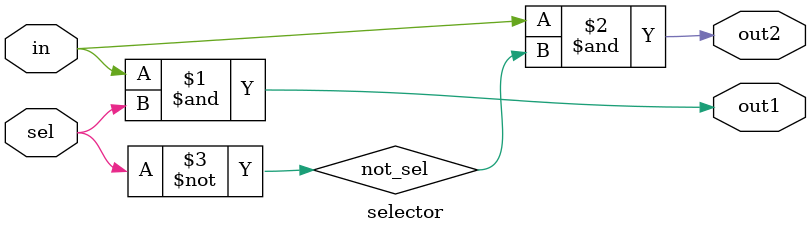
<source format=sv>
module selector (in, sel, out1, out2);

    input logic in, sel;
	 output logic out1, out2;
	 
	 logic not_sel;
	 
	 and a1 (out1, in, sel); // out1 == in & sel
	 not n1 (not_sel, sel);
	 and a2 (out2, in, not_sel); // out2 == in & ~sel
	 
endmodule
</source>
